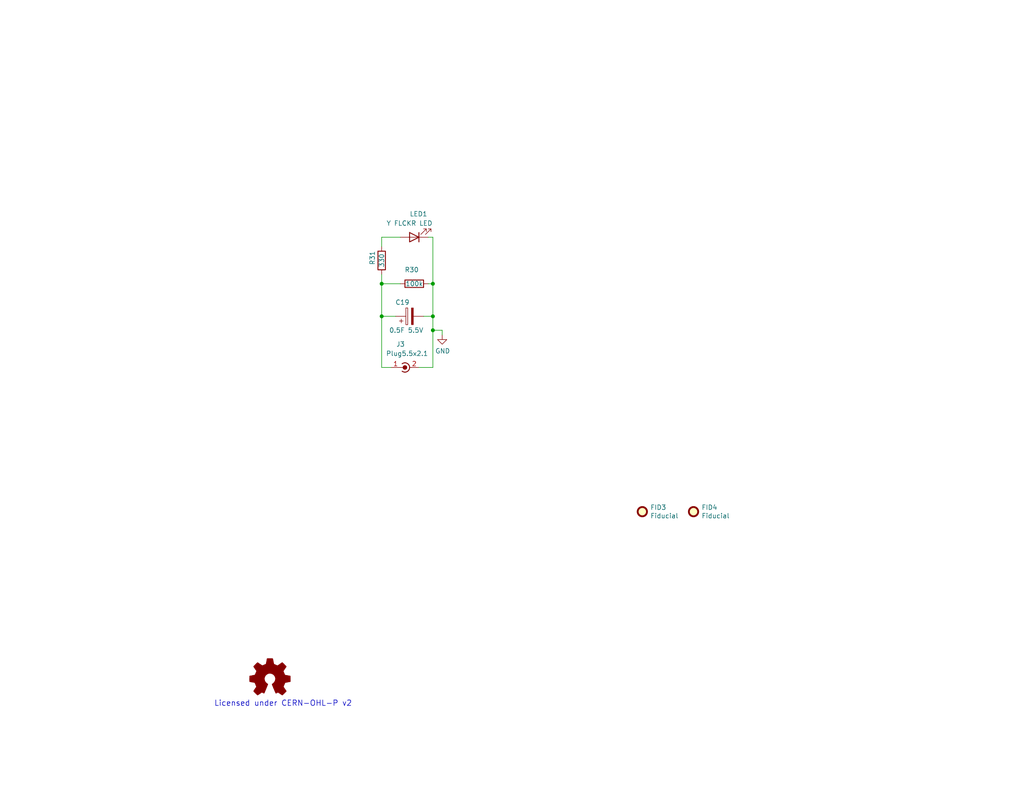
<source format=kicad_sch>
(kicad_sch (version 20211123) (generator eeschema)
  (paper "A")
  (title_block (title "Menorah555 Shamash") (date "2022-01-02") (rev "B"))
  (lib_symbols
    (symbol "Connector:Conn_Coaxial_Power" (pin_names (offset 1.016) hide)
      (property "Reference" "J" (at -5.08 -1.27 90))
      (property "Value" "Conn_Coaxial_Power" (at -3.175 -1.27 90))
      (symbol "Conn_Coaxial_Power_0_1"
        (arc (start -1.27 -1.27) (mid 0 -2.54) (end 1.27 -1.27) (stroke (width 0.254)))
        (arc (start -1.016 -0.508) (mid -1.2048 -0.8684) (end -1.27 -1.27) (stroke (width 0.254)))
        (circle (center 0 -1.27) (radius 0.508) (stroke (width 0.2032)) (fill (type outline)))
        (polyline (pts (xy 0 -2.54) (xy 0 -3.048)))
        (polyline (pts (xy 0 0) (xy 0 -1.27)))
        (arc (start 1.27 -1.27) (mid 1.2048 -0.8684) (end 1.016 -0.508) (stroke (width 0.254)))
      )
      (symbol "Conn_Coaxial_Power_1_1"
        (pin passive line (at 0 2.54 270) (length 2.54) (name "In") (number "1"))
        (pin passive line (at 0 -5.08 90) (length 2.54) (name "Ext") (number "2"))
      )
    )
    (symbol "Device:CP" (pin_numbers hide) (pin_names (offset 0.254))
      (property "Reference" "C" (at 0.635 2.54 0))
      (property "Value" "Device_CP" (at 0.635 -2.54 0))
      (symbol "CP_0_1"
        (rectangle (start -2.286 0.508) (end 2.286 1.016))
        (polyline (pts (xy -1.778 2.286) (xy -0.762 2.286)))
        (polyline (pts (xy -1.27 2.794) (xy -1.27 1.778)))
        (rectangle (start 2.286 -0.508) (end -2.286 -1.016) (fill (type outline)))
      )
      (symbol "CP_1_1"
        (pin passive line (at 0 3.81 270) (length 2.794) (name "~") (number "1"))
        (pin passive line (at 0 -3.81 90) (length 2.794) (name "~") (number "2"))
      )
    )
    (symbol "Device:LED" (pin_numbers hide) (pin_names (offset 1.016) hide)
      (property "Reference" "D" (at 0 2.54 0))
      (property "Value" "LED" (at 0 -2.54 0))
      (symbol "LED_0_1"
        (polyline (pts (xy -1.27 -1.27) (xy -1.27 1.27)) (stroke (width 0.254)))
        (polyline (pts (xy -1.27 0) (xy 1.27 0)))
        (polyline (pts (xy 1.27 -1.27) (xy 1.27 1.27) (xy -1.27 0) (xy 1.27 -1.27)) (stroke (width 0.254)))
        (polyline (pts (xy -3.048 -0.762) (xy -4.572 -2.286) (xy -3.81 -2.286) (xy -4.572 -2.286) (xy -4.572 -1.524)))
        (polyline (pts (xy -1.778 -0.762) (xy -3.302 -2.286) (xy -2.54 -2.286) (xy -3.302 -2.286) (xy -3.302 -1.524)))
      )
      (symbol "LED_1_1"
        (pin passive line (at -3.81 0 0) (length 2.54) (name "K") (number "1"))
        (pin passive line (at 3.81 0 180) (length 2.54) (name "A") (number "2"))
      )
    )
    (symbol "Device:R" (pin_numbers hide) (pin_names (offset 0))
      (property "Reference" "R" (at 2.032 0 90))
      (property "Value" "R" (at 0 0 90))
      (symbol "R_0_1"
        (rectangle (start -1.016 -2.54) (end 1.016 2.54) (stroke (width 0.254)))
      )
      (symbol "R_1_1"
        (pin passive line (at 0 3.81 270) (length 1.27) (name "~") (number "1"))
        (pin passive line (at 0 -3.81 90) (length 1.27) (name "~") (number "2"))
      )
    )
    (symbol "Graphic:Logo_Open_Hardware_Small" (pin_names (offset 1.016))
      (symbol "Logo_Open_Hardware_Small_0_1"
        (polyline (pts (xy 3.3528 -4.3434) (xy 3.302 -4.318) (xy 3.175 -4.2418) (xy 2.9972 -4.1148) (xy 2.7686 -3.9624) (xy 2.54 -3.81) (xy 2.3622 -3.7084) (xy 2.2352 -3.6068) (xy 2.1844 -3.5814) (xy 2.159 -3.6068) (xy 2.0574 -3.6576) (xy 1.905 -3.7338) (xy 1.8034 -3.7846) (xy 1.6764 -3.8354) (xy 1.6002 -3.8354) (xy 1.6002 -3.8354) (xy 1.5494 -3.7338) (xy 1.4732 -3.5306) (xy 1.3462 -3.302) (xy 1.2446 -3.0226) (xy 1.1176 -2.7178) (xy 0.9652 -2.413) (xy 0.8636 -2.1082) (xy 0.7366 -1.8288) (xy 0.6604 -1.6256) (xy 0.6096 -1.4732) (xy 0.5842 -1.397) (xy 0.5842 -1.397) (xy 0.6604 -1.3208) (xy 0.7874 -1.2446) (xy 1.0414 -1.016) (xy 1.2954 -0.6858) (xy 1.4478 -0.3302) (xy 1.524 0.0762) (xy 1.4732 0.4572) (xy 1.3208 0.8128) (xy 1.0668 1.143) (xy 0.762 1.3716) (xy 0.4064 1.524) (xy 0 1.5748) (xy -0.381 1.5494) (xy -0.7366 1.397) (xy -1.0668 1.143) (xy -1.2192 0.9906) (xy -1.397 0.6604) (xy -1.524 0.3048) (xy -1.524 0.2286) (xy -1.4986 -0.1778) (xy -1.397 -0.5334) (xy -1.1938 -0.8636) (xy -0.9144 -1.143) (xy -0.8636 -1.1684) (xy -0.7366 -1.27) (xy -0.635 -1.3462) (xy -0.5842 -1.397) (xy -1.0668 -2.5908) (xy -1.143 -2.794) (xy -1.2954 -3.1242) (xy -1.397 -3.4036) (xy -1.4986 -3.6322) (xy -1.5748 -3.7846) (xy -1.6002 -3.8354) (xy -1.6002 -3.8354) (xy -1.651 -3.8354) (xy -1.7272 -3.81) (xy -1.905 -3.7338) (xy -2.0066 -3.683) (xy -2.1336 -3.6068) (xy -2.2098 -3.5814) (xy -2.2606 -3.6068) (xy -2.3622 -3.683) (xy -2.54 -3.81) (xy -2.7686 -3.9624) (xy -2.9718 -4.0894) (xy -3.1496 -4.2164) (xy -3.302 -4.318) (xy -3.3528 -4.3434) (xy -3.3782 -4.3434) (xy -3.429 -4.318) (xy -3.5306 -4.2164) (xy -3.7084 -4.064) (xy -3.937 -3.8354) (xy -3.9624 -3.81) (xy -4.1656 -3.6068) (xy -4.318 -3.4544) (xy -4.4196 -3.3274) (xy -4.445 -3.2766) (xy -4.445 -3.2766) (xy -4.4196 -3.2258) (xy -4.318 -3.0734) (xy -4.2164 -2.8956) (xy -4.064 -2.667) (xy -3.6576 -2.0828) (xy -3.8862 -1.5494) (xy -3.937 -1.3716) (xy -4.0386 -1.1684) (xy -4.0894 -1.0414) (xy -4.1148 -0.9652) (xy -4.191 -0.9398) (xy -4.318 -0.9144) (xy -4.5466 -0.8636) (xy -4.8006 -0.8128) (xy -5.0546 -0.7874) (xy -5.2578 -0.7366) (xy -5.4356 -0.7112) (xy -5.5118 -0.6858) (xy -5.5118 -0.6858) (xy -5.5372 -0.635) (xy -5.5372 -0.5588) (xy -5.5372 -0.4318) (xy -5.5626 -0.2286) (xy -5.5626 0.0762) (xy -5.5626 0.127) (xy -5.5372 0.4064) (xy -5.5372 0.635) (xy -5.5372 0.762) (xy -5.5372 0.8382) (xy -5.5372 0.8382) (xy -5.461 0.8382) (xy -5.3086 0.889) (xy -5.08 0.9144) (xy -4.826 0.9652) (xy -4.8006 0.9906) (xy -4.5466 1.0414) (xy -4.318 1.0668) (xy -4.1656 1.1176) (xy -4.0894 1.143) (xy -4.0894 1.143) (xy -4.0386 1.2446) (xy -3.9624 1.4224) (xy -3.8608 1.6256) (xy -3.7846 1.8288) (xy -3.7084 2.0066) (xy -3.6576 2.159) (xy -3.6322 2.2098) (xy -3.6322 2.2098) (xy -3.683 2.286) (xy -3.7592 2.413) (xy -3.8862 2.5908) (xy -4.064 2.8194) (xy -4.064 2.8448) (xy -4.2164 3.0734) (xy -4.3434 3.2512) (xy -4.4196 3.3782) (xy -4.445 3.4544) (xy -4.445 3.4544) (xy -4.3942 3.5052) (xy -4.2926 3.6322) (xy -4.1148 3.81) (xy -3.937 4.0132) (xy -3.8608 4.064) (xy -3.6576 4.2926) (xy -3.5052 4.4196) (xy -3.4036 4.4958) (xy -3.3528 4.5212) (xy -3.3528 4.5212) (xy -3.302 4.4704) (xy -3.1496 4.3688) (xy -2.9718 4.2418) (xy -2.7432 4.0894) (xy -2.7178 4.0894) (xy -2.4892 3.937) (xy -2.3114 3.81) (xy -2.1844 3.7084) (xy -2.1336 3.683) (xy -2.1082 3.683) (xy -2.032 3.7084) (xy -1.8542 3.7592) (xy -1.6764 3.8354) (xy -1.4732 3.937) (xy -1.27 4.0132) (xy -1.143 4.064) (xy -1.0668 4.1148) (xy -1.0668 4.1148) (xy -1.0414 4.191) (xy -1.016 4.3434) (xy -0.9652 4.572) (xy -0.9144 4.8514) (xy -0.889 4.9022) (xy -0.8382 5.1562) (xy -0.8128 5.3848) (xy -0.7874 5.5372) (xy -0.762 5.588) (xy -0.7112 5.6134) (xy -0.5842 5.6134) (xy -0.4064 5.6134) (xy -0.1524 5.6134) (xy 0.0762 5.6134) (xy 0.3302 5.6134) (xy 0.5334 5.6134) (xy 0.6858 5.588) (xy 0.7366 5.588) (xy 0.7366 5.588) (xy 0.762 5.5118) (xy 0.8128 5.334) (xy 0.8382 5.1054) (xy 0.9144 4.826) (xy 0.9144 4.7752) (xy 0.9652 4.5212) (xy 1.016 4.2926) (xy 1.0414 4.1402) (xy 1.0668 4.0894) (xy 1.0668 4.0894) (xy 1.1938 4.0386) (xy 1.3716 3.9624) (xy 1.5748 3.8608) (xy 2.0828 3.6576) (xy 2.7178 4.0894) (xy 2.7686 4.1402) (xy 2.9972 4.2926) (xy 3.175 4.4196) (xy 3.302 4.4958) (xy 3.3782 4.5212) (xy 3.3782 4.5212) (xy 3.429 4.4704) (xy 3.556 4.3434) (xy 3.7338 4.191) (xy 3.9116 3.9878) (xy 4.064 3.8354) (xy 4.2418 3.6576) (xy 4.3434 3.556) (xy 4.4196 3.4798) (xy 4.4196 3.429) (xy 4.4196 3.4036) (xy 4.3942 3.3274) (xy 4.2926 3.2004) (xy 4.1656 2.9972) (xy 4.0132 2.794) (xy 3.8862 2.5908) (xy 3.7592 2.3876) (xy 3.6576 2.2352) (xy 3.6322 2.159) (xy 3.6322 2.1336) (xy 3.683 2.0066) (xy 3.7592 1.8288) (xy 3.8608 1.6002) (xy 4.064 1.1176) (xy 4.3942 1.0414) (xy 4.5974 1.016) (xy 4.8768 0.9652) (xy 5.1308 0.9144) (xy 5.5372 0.8382) (xy 5.5626 -0.6604) (xy 5.4864 -0.6858) (xy 5.4356 -0.6858) (xy 5.2832 -0.7366) (xy 5.0546 -0.762) (xy 4.8006 -0.8128) (xy 4.5974 -0.8636) (xy 4.3688 -0.9144) (xy 4.2164 -0.9398) (xy 4.1402 -0.9398) (xy 4.1148 -0.9652) (xy 4.064 -1.0668) (xy 3.9878 -1.2446) (xy 3.9116 -1.4478) (xy 3.81 -1.651) (xy 3.7338 -1.8542) (xy 3.683 -2.0066) (xy 3.6576 -2.0828) (xy 3.683 -2.1336) (xy 3.7846 -2.2606) (xy 3.8862 -2.4638) (xy 4.0386 -2.667) (xy 4.191 -2.8956) (xy 4.318 -3.0734) (xy 4.3942 -3.2004) (xy 4.445 -3.2766) (xy 4.4196 -3.3274) (xy 4.3434 -3.429) (xy 4.1656 -3.5814) (xy 3.937 -3.8354) (xy 3.8862 -3.8608) (xy 3.683 -4.064) (xy 3.5306 -4.2164) (xy 3.4036 -4.318) (xy 3.3528 -4.3434)) (fill (type outline)))
      )
    )
    (symbol "Mechanical:Fiducial"
      (property "Reference" "FID" (at 0 5.08 0))
      (property "Value" "Fiducial" (at 0 3.175 0))
      (symbol "Fiducial_0_1"
        (circle (center 0 0) (radius 1.27) (stroke (width 0.508)) (fill (type background)))
      )
    )
    (symbol "power:GND" (power) (pin_names (offset 0))
      (property "Value" "GND" (at 0 -3.81 0))
      (symbol "GND_0_1"
        (polyline (pts (xy 0 0) (xy 0 -1.27) (xy 1.27 -1.27) (xy 0 -2.54) (xy -1.27 -1.27) (xy 0 -1.27)))
      )
      (symbol "GND_1_1"
        (pin power_in line (at 0 0 270) (length 0) hide (name "GND") (number "1"))
      )
    )
  )
  (junction (at 104.14 86.36))
  (junction (at 104.14 77.47))
  (junction (at 118.11 86.36))
  (junction (at 118.11 90.17))
  (junction (at 118.11 77.47))
  (wire (pts (xy 106.68 100.33) (xy 104.14 100.33)))
  (wire (pts (xy 104.14 77.47) (xy 104.14 86.36)))
  (wire (pts (xy 104.14 64.77) (xy 109.22 64.77)))
  (wire (pts (xy 104.14 74.93) (xy 104.14 77.47)))
  (wire (pts (xy 116.84 64.77) (xy 118.11 64.77)))
  (wire (pts (xy 114.3 100.33) (xy 118.11 100.33)))
  (wire (pts (xy 120.65 90.17) (xy 118.11 90.17)))
  (wire (pts (xy 109.22 77.47) (xy 104.14 77.47)))
  (wire (pts (xy 118.11 64.77) (xy 118.11 77.47)))
  (wire (pts (xy 118.11 77.47) (xy 118.11 86.36)))
  (wire (pts (xy 104.14 67.31) (xy 104.14 64.77)))
  (wire (pts (xy 120.65 91.44) (xy 120.65 90.17)))
  (wire (pts (xy 104.14 86.36) (xy 104.14 100.33)))
  (wire (pts (xy 115.57 86.36) (xy 118.11 86.36)))
  (wire (pts (xy 107.95 86.36) (xy 104.14 86.36)))
  (wire (pts (xy 118.11 90.17) (xy 118.11 100.33)))
  (wire (pts (xy 116.84 77.47) (xy 118.11 77.47)))
  (wire (pts (xy 118.11 86.36) (xy 118.11 90.17)))
  (text "Licensed under CERN-OHL-P v2" (at 58.42 193.04 0) (effects (font (size 1.4986 1.4986)) (justify left bottom)))
  (symbol (lib_id "Graphic:Logo_Open_Hardware_Small") (at 73.66 185.42 0) (unit 1)
    (property "Reference" "LOGO2" (effects hide))
    (property "Value" "Logo_Open_Hardware_Small" (effects hide))
    (property "Footprint" "Symbol:OSHW-Logo2_9.8x8mm_SilkScreen" (effects hide))
  )
  (symbol (lib_id "Device:CP") (at 111.76 86.36 90) (unit 1)
    (property "Reference" "C19" (at 111.76 82.55 90) (effects (justify left)))
    (property "Value" "0.5F 5.5V" (at 115.57 90.17 90) (effects (justify left)))
    (property "Footprint" "0_my_footprints:CP_Supercap_DGH504Q5R5_Horizontal" (effects hide))
    (property "Source" "Mouser 598-DGH504Q5R5, Digikey 1572-1776-ND" (effects hide))
  )
  (symbol (lib_id "Device:R") (at 113.03 77.47 270) (unit 1)
    (property "Reference" "R30" (at 114.3 73.66 90) (effects (justify right)))
    (property "Value" "100k" (at 113.03 77.47 90))
    (property "Footprint" "Resistor_SMD:R_0805_2012Metric" (effects hide))
    (property "Source" "Mouser 603-RC0805JR-10100KL" (effects hide))
  )
  (symbol (lib_id "Device:LED") (at 113.03 64.77 180) (unit 1)
    (property "Reference" "LED1" (at 111.76 58.42 0) (effects (justify right)))
    (property "Value" "Y FLCKR LED" (at 105.41 60.96 0) (effects (justify right)))
    (property "Footprint" "0_project_footprints:LED_D5.0mm_Horizontal_SMT_O3.81mm" (effects hide))
    (property "Source" "Evil Mad Scientist 9330074" (effects hide))
  )
  (symbol (lib_id "Device:R") (at 104.14 71.12 180) (unit 1)
    (property "Reference" "R31" (at 101.6 72.39 90) (effects (justify right)))
    (property "Value" "330" (at 104.14 71.12 90))
    (property "Footprint" "Resistor_SMD:R_0805_2012Metric" (effects hide))
    (property "Source" "Mouser 603-RC0805JR-13330RL" (effects hide))
  )
  (symbol (lib_id "Connector:Conn_Coaxial_Power") (at 109.22 100.33 90) (unit 1)
    (property "Reference" "J3" (at 110.49 93.98 90) (effects (justify left)))
    (property "Value" "Plug5.5x2.1" (at 116.84 96.52 90) (effects (justify left)))
    (property "Footprint" "0_my_footprints:KobiConn_173-5521TIP-EX_power_plug" (effects hide))
    (property "Source" "Mouser 173-5521TIP-EX" (effects hide))
  )
  (symbol (lib_id "Mechanical:Fiducial") (at 189.23 139.7 0) (unit 1)
    (property "Reference" "FID4" (at 191.389 138.5316 0) (effects (justify left)))
    (property "Value" "Fiducial" (at 191.389 140.843 0) (effects (justify left)))
    (property "Footprint" "Fiducial:Fiducial_1mm_Mask2mm" (effects hide))
  )
  (symbol (lib_id "Mechanical:Fiducial") (at 175.26 139.7 0) (unit 1)
    (property "Reference" "FID3" (at 177.419 138.5316 0) (effects (justify left)))
    (property "Value" "Fiducial" (at 177.419 140.843 0) (effects (justify left)))
    (property "Footprint" "Fiducial:Fiducial_1mm_Mask2mm" (effects hide))
  )
  (symbol (lib_id "power:GND") (at 120.65 91.44 0) (unit 1)
    (property "Reference" "#PWR0101" (effects hide))
    (property "Value" "GND" (at 120.777 95.8342 0))
  )
)
</source>
